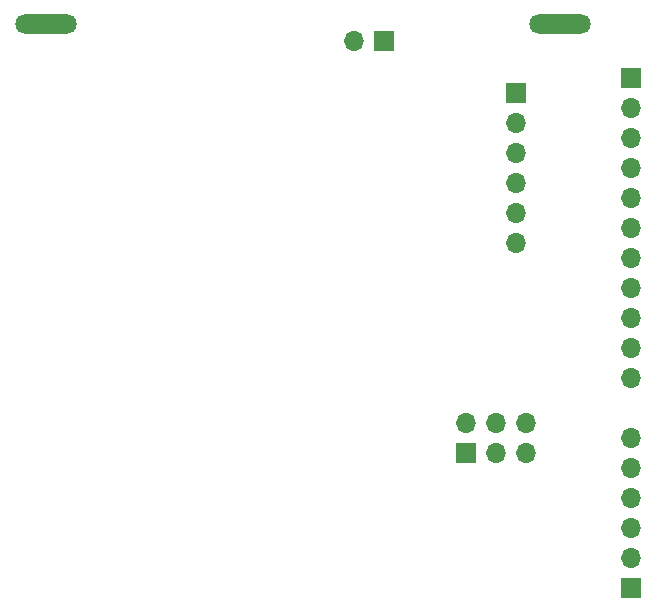
<source format=gbr>
%TF.GenerationSoftware,KiCad,Pcbnew,(6.0.4)*%
%TF.CreationDate,2022-03-20T23:12:24-04:00*%
%TF.ProjectId,main,6d61696e-2e6b-4696-9361-645f70636258,rev?*%
%TF.SameCoordinates,Original*%
%TF.FileFunction,Soldermask,Bot*%
%TF.FilePolarity,Negative*%
%FSLAX46Y46*%
G04 Gerber Fmt 4.6, Leading zero omitted, Abs format (unit mm)*
G04 Created by KiCad (PCBNEW (6.0.4)) date 2022-03-20 23:12:24*
%MOMM*%
%LPD*%
G01*
G04 APERTURE LIST*
G04 Aperture macros list*
%AMRoundRect*
0 Rectangle with rounded corners*
0 $1 Rounding radius*
0 $2 $3 $4 $5 $6 $7 $8 $9 X,Y pos of 4 corners*
0 Add a 4 corners polygon primitive as box body*
4,1,4,$2,$3,$4,$5,$6,$7,$8,$9,$2,$3,0*
0 Add four circle primitives for the rounded corners*
1,1,$1+$1,$2,$3*
1,1,$1+$1,$4,$5*
1,1,$1+$1,$6,$7*
1,1,$1+$1,$8,$9*
0 Add four rect primitives between the rounded corners*
20,1,$1+$1,$2,$3,$4,$5,0*
20,1,$1+$1,$4,$5,$6,$7,0*
20,1,$1+$1,$6,$7,$8,$9,0*
20,1,$1+$1,$8,$9,$2,$3,0*%
G04 Aperture macros list end*
%ADD10R,1.700000X1.700000*%
%ADD11O,1.700000X1.700000*%
%ADD12RoundRect,0.850000X-1.750000X0.000000X1.750000X0.000000X1.750000X0.000000X-1.750000X0.000000X0*%
G04 APERTURE END LIST*
D10*
%TO.C,J1*%
X137800000Y-48895000D03*
D11*
X135260000Y-48895000D03*
%TD*%
D10*
%TO.C,J2*%
X144780000Y-83820000D03*
D11*
X144780000Y-81280000D03*
X147320000Y-83820000D03*
X147320000Y-81280000D03*
X149860000Y-83820000D03*
X149860000Y-81280000D03*
%TD*%
D10*
%TO.C,J4*%
X158750000Y-52070000D03*
D11*
X158750000Y-54610000D03*
X158750000Y-57150000D03*
X158750000Y-59690000D03*
X158750000Y-62230000D03*
X158750000Y-64770000D03*
X158750000Y-67310000D03*
X158750000Y-69850000D03*
X158750000Y-72390000D03*
X158750000Y-74930000D03*
X158750000Y-77470000D03*
%TD*%
D10*
%TO.C,J3*%
X158750000Y-95250000D03*
D11*
X158750000Y-92710000D03*
X158750000Y-90170000D03*
X158750000Y-87630000D03*
X158750000Y-85090000D03*
X158750000Y-82550000D03*
%TD*%
D10*
%TO.C,J5*%
X149000000Y-53340000D03*
D11*
X149000000Y-55880000D03*
X149000000Y-58420000D03*
X149000000Y-60960000D03*
X149000000Y-63500000D03*
X149000000Y-66040000D03*
%TD*%
D12*
%TO.C,TP2*%
X109250000Y-47500000D03*
%TD*%
%TO.C,TP1*%
X152750000Y-47500000D03*
%TD*%
M02*

</source>
